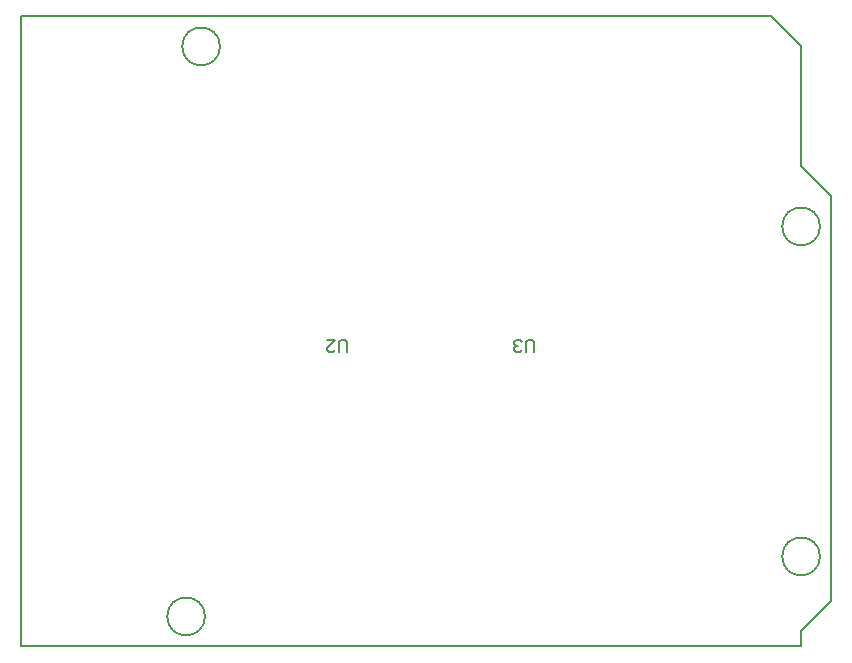
<source format=gbp>
G04*
G04 #@! TF.GenerationSoftware,Altium Limited,Altium Designer,20.0.12 (288)*
G04*
G04 Layer_Color=128*
%FSLAX25Y25*%
%MOIN*%
G70*
G01*
G75*
%ADD14C,0.00500*%
%ADD16C,0.00700*%
D14*
X266299Y140000D02*
G03*
X266299Y140000I-6299J0D01*
G01*
X61299Y10000D02*
G03*
X61299Y10000I-6299J0D01*
G01*
X266299Y30000D02*
G03*
X266299Y30000I-6299J0D01*
G01*
X66299Y200000D02*
G03*
X66299Y200000I-6299J0D01*
G01*
X0Y210000D02*
X250000D01*
X0Y0D02*
X260000D01*
X0D02*
Y210000D01*
X250000D02*
X260000Y200000D01*
Y160000D02*
Y200000D01*
Y160000D02*
X270000Y150000D01*
Y15000D02*
Y150000D01*
X260000Y5000D02*
X270000Y15000D01*
X260000Y0D02*
Y5000D01*
D16*
X171000Y98001D02*
Y101334D01*
X170334Y102000D01*
X169001D01*
X168334Y101334D01*
Y98001D01*
X167001Y98668D02*
X166335Y98001D01*
X165002D01*
X164336Y98668D01*
Y99334D01*
X165002Y100001D01*
X165668D01*
X165002D01*
X164336Y100667D01*
Y101334D01*
X165002Y102000D01*
X166335D01*
X167001Y101334D01*
X108500Y98001D02*
Y101334D01*
X107834Y102000D01*
X106501D01*
X105834Y101334D01*
Y98001D01*
X101836Y102000D02*
X104501D01*
X101836Y99334D01*
Y98668D01*
X102502Y98001D01*
X103835D01*
X104501Y98668D01*
M02*

</source>
